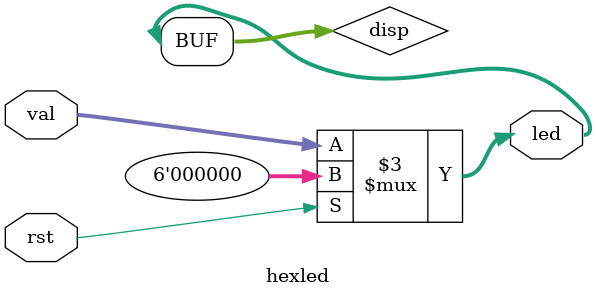
<source format=v>
`timescale 1ns / 1ps


module hexled(
    input [5:0] val,
    input rst,
    output [5:0] led
); 

    reg [5:0] disp;

    always @(*) 
        begin
            if (rst)
                disp <= 6'b0;   
            else
                disp <= val;       
        end
    
    assign led = disp;    
        
endmodule


</source>
